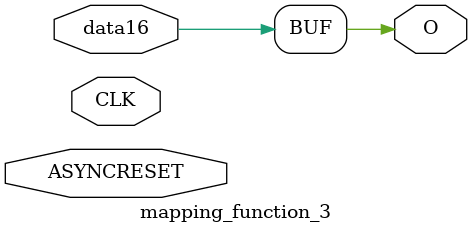
<source format=v>
module mapping_function_3 (
    input data16,
    output O,
    input CLK,
    input ASYNCRESET
);
assign O = data16;
endmodule


</source>
